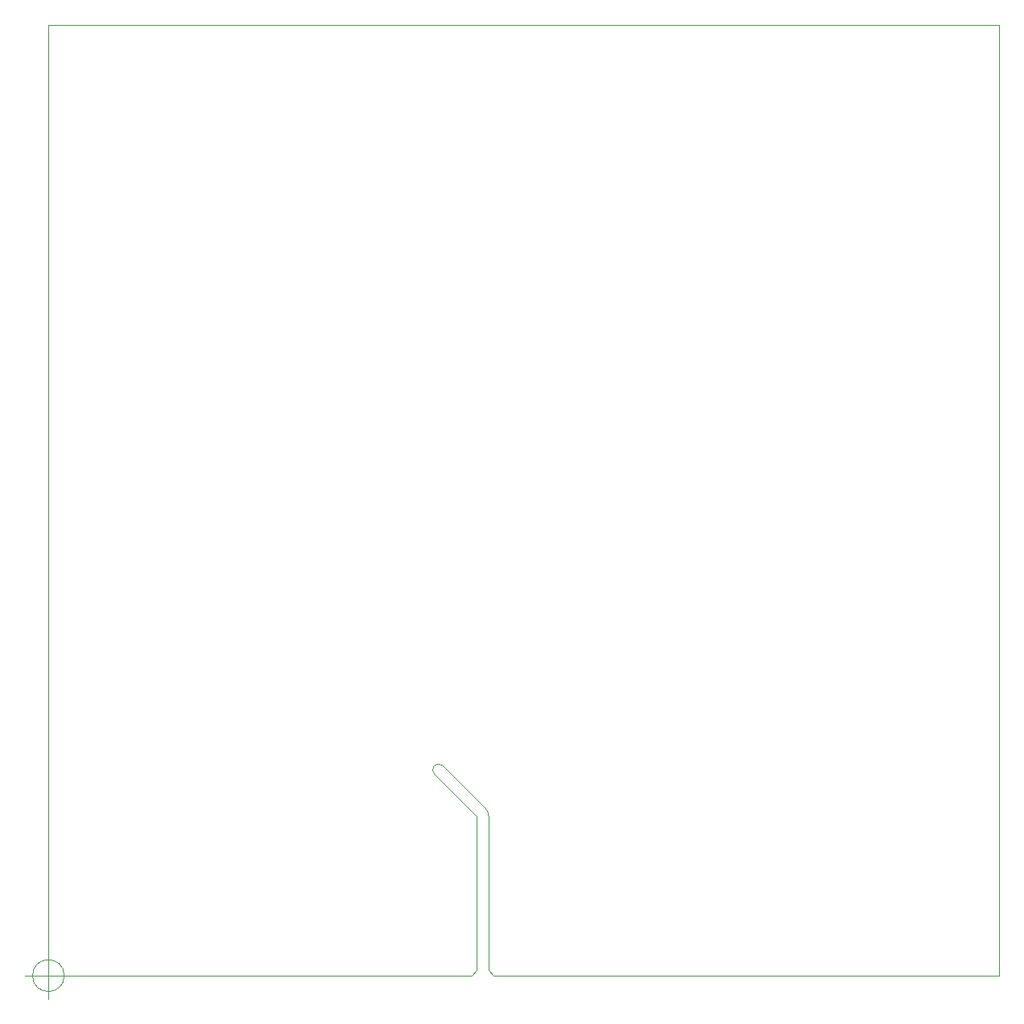
<source format=gm1>
G04 #@! TF.GenerationSoftware,KiCad,Pcbnew,(5.1.6-0-10_14)*
G04 #@! TF.CreationDate,2020-08-23T05:08:53+09:00*
G04 #@! TF.ProjectId,TAS6422AMP,54415336-3432-4324-914d-502e6b696361,0.3*
G04 #@! TF.SameCoordinates,Original*
G04 #@! TF.FileFunction,Profile,NP*
%FSLAX46Y46*%
G04 Gerber Fmt 4.6, Leading zero omitted, Abs format (unit mm)*
G04 Created by KiCad (PCBNEW (5.1.6-0-10_14)) date 2020-08-23 05:08:53*
%MOMM*%
%LPD*%
G01*
G04 APERTURE LIST*
G04 #@! TA.AperFunction,Profile*
%ADD10C,0.050000*%
G04 #@! TD*
G04 APERTURE END LIST*
D10*
X77864126Y-152402540D02*
G75*
G03*
X77864126Y-152402540I-1666666J0D01*
G01*
X73697460Y-152402540D02*
X78697460Y-152402540D01*
X76197460Y-149902540D02*
X76197460Y-154902540D01*
X122088295Y-134720621D02*
G75*
G02*
X122506739Y-135689339I-859175J-945859D01*
G01*
X116829840Y-131262120D02*
G75*
G02*
X117642640Y-130291840I406400J485140D01*
G01*
X121234200Y-135671560D02*
X116829840Y-131262120D01*
X122088296Y-134720621D02*
X117642640Y-130291840D01*
X77864126Y-152402540D02*
G75*
G03*
X77864126Y-152402540I-1666666J0D01*
G01*
X73697460Y-152402540D02*
X78697460Y-152402540D01*
X76197460Y-149902540D02*
X76197460Y-154902540D01*
X122506739Y-151792940D02*
X123009660Y-152400400D01*
X122506739Y-135689339D02*
X122506739Y-151792940D01*
X121234200Y-135671560D02*
X121234200Y-151790400D01*
X123009660Y-152400400D02*
X176200200Y-152400400D01*
X120726200Y-152400400D02*
X121234200Y-151790400D01*
X176200200Y-52400400D02*
X76200200Y-52400400D01*
X176200200Y-152400400D02*
X176200200Y-52400400D01*
X76200200Y-152400400D02*
X120726200Y-152400400D01*
X76200200Y-52400400D02*
X76200200Y-152400400D01*
M02*

</source>
